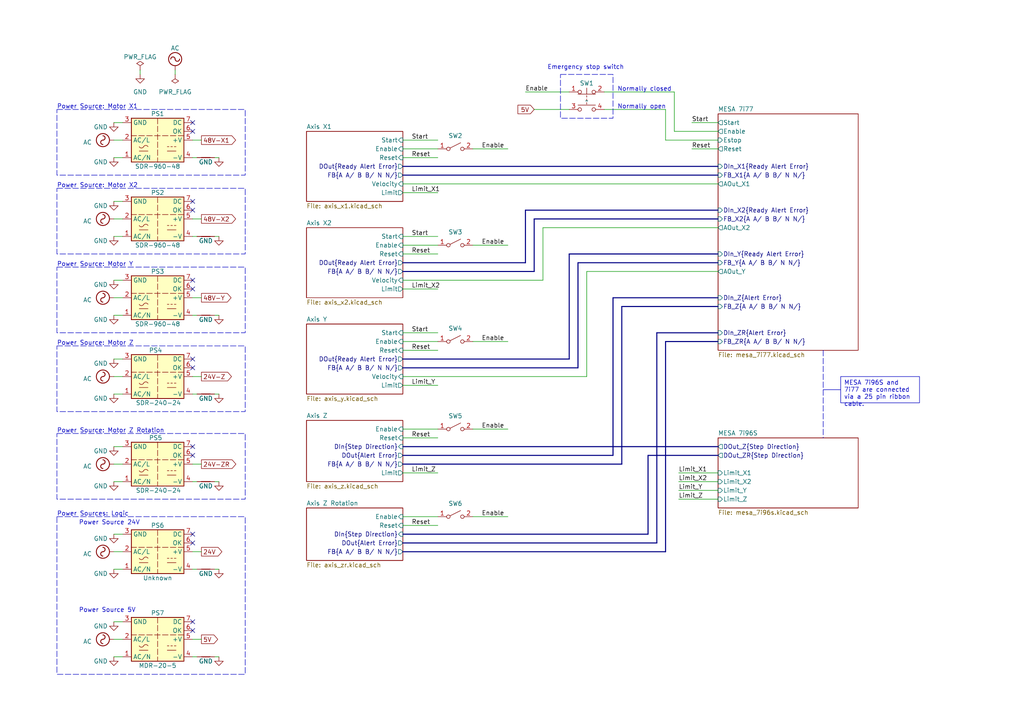
<source format=kicad_sch>
(kicad_sch (version 20250114) (generator "eeschema") (generator_version "9.0")
  (paper "A4")
  (title_block (title "Gantry Robot ") (date "2024-03-18") (company "CITIC Research Center & Department of Computer Engineering, University of A Coruña."))
  (lib_symbols
    (symbol "Device:NetTie_2" (pin_numbers (hide yes)) (pin_names (offset 0) (hide yes)) (in_bom no)
      (property "Reference" "NT" (at 0 1.27 0))
      (property "Value" "NetTie_2" (at 0 -1.27 0))
      (symbol "NetTie_2_0_1"
        (polyline (pts (xy -1.27 0) (xy 1.27 0)) (stroke (width 0.254)))
      )
      (symbol "NetTie_2_1_1"
        (pin passive line (at -2.54 0 0) (length 2.54) (name "1") (number "1"))
        (pin passive line (at 2.54 0 180) (length 2.54) (name "2") (number "2"))
      )
    )
    (symbol "Gantry_Robot_Components:MDR-20-5"
      (property "Reference" "PS" (at 0 7.62 0))
      (property "Value" "MDR-20-5" (at 0 -7.62 0))
      (symbol "MDR-20-5_0_1"
        (rectangle (start -7.62 6.35) (end 7.62 -6.35) (stroke (width 0.254)) (fill (type background)))
        (polyline (pts (xy -5.334 -3.175) (xy -2.794 -3.175)))
        (arc (start -4.064 -1.905) (mid -4.699 -2.2905) (end -5.334 -1.905))
        (arc (start -4.064 -1.905) (mid -3.429 -1.5328) (end -2.794 -1.905))
        (polyline (pts (xy 2.794 -1.905) (xy 3.302 -1.905)))
        (polyline (pts (xy 2.794 -3.175) (xy 5.334 -3.175)))
        (polyline (pts (xy 3.81 -1.905) (xy 4.318 -1.905)))
        (polyline (pts (xy 4.826 -1.905) (xy 5.334 -1.905)))
      )
      (symbol "MDR-20-5_1_1"
        (polyline (pts (xy 0 6.35) (xy 0 -6.35)) (stroke (width 0) (type dash)))
        (polyline (pts (xy 7.62 1.27) (xy -7.62 1.27)) (stroke (width 0) (type dash)))
        (pin power_in line (at -10.16 5.08 0) (length 2.54) (name "GND") (number "3"))
        (pin power_in line (at -10.16 0 0) (length 2.54) (name "AC/L") (number "2"))
        (pin power_in line (at -10.16 -5.08 0) (length 2.54) (name "AC/N") (number "1"))
        (pin passive line (at 10.16 5.08 180) (length 2.54) (name "DC") (number "7"))
        (pin passive line (at 10.16 2.54 180) (length 2.54) (name "OK") (number "6"))
        (pin power_out line (at 10.16 0 180) (length 2.54) (name "+V") (number "5"))
        (pin power_out line (at 10.16 -5.08 180) (length 2.54) (name "-V") (number "4"))
      )
    )
    (symbol "Gantry_Robot_Components:SDR-240-24"
      (property "Reference" "PS" (at 0 7.62 0))
      (property "Value" "SDR-240-24" (at 0 -7.62 0))
      (symbol "SDR-240-24_0_1"
        (rectangle (start -7.62 6.35) (end 7.62 -6.35) (stroke (width 0.254)) (fill (type background)))
        (polyline (pts (xy -5.334 -3.175) (xy -2.794 -3.175)))
        (arc (start -4.064 -1.905) (mid -4.699 -2.2905) (end -5.334 -1.905))
        (arc (start -4.064 -1.905) (mid -3.429 -1.5328) (end -2.794 -1.905))
        (polyline (pts (xy 2.794 -1.905) (xy 3.302 -1.905)))
        (polyline (pts (xy 2.794 -3.175) (xy 5.334 -3.175)))
        (polyline (pts (xy 3.81 -1.905) (xy 4.318 -1.905)))
        (polyline (pts (xy 4.826 -1.905) (xy 5.334 -1.905)))
      )
      (symbol "SDR-240-24_1_1"
        (polyline (pts (xy 0 6.35) (xy 0 -6.35)) (stroke (width 0) (type dash)))
        (polyline (pts (xy 7.62 1.27) (xy -7.62 1.27)) (stroke (width 0) (type dash)))
        (pin power_in line (at -10.16 5.08 0) (length 2.54) (name "GND") (number "3"))
        (pin power_in line (at -10.16 0 0) (length 2.54) (name "AC/L") (number "2"))
        (pin power_in line (at -10.16 -5.08 0) (length 2.54) (name "AC/N") (number "1"))
        (pin passive line (at 10.16 5.08 180) (length 2.54) (name "DC") (number "7"))
        (pin passive line (at 10.16 2.54 180) (length 2.54) (name "OK") (number "6"))
        (pin power_out line (at 10.16 0 180) (length 2.54) (name "+V") (number "5"))
        (pin power_out line (at 10.16 -5.08 180) (length 2.54) (name "-V") (number "4"))
      )
    )
    (symbol "Gantry_Robot_Components:SDR-960-48"
      (property "Reference" "PS" (at 0 7.62 0))
      (property "Value" "SDR-960-48" (at 0 -7.62 0))
      (symbol "SDR-960-48_0_1"
        (rectangle (start -7.62 6.35) (end 7.62 -6.35) (stroke (width 0.254)) (fill (type background)))
        (polyline (pts (xy -5.334 -3.175) (xy -2.794 -3.175)))
        (arc (start -4.064 -1.905) (mid -4.699 -2.2905) (end -5.334 -1.905))
        (arc (start -4.064 -1.905) (mid -3.429 -1.5328) (end -2.794 -1.905))
        (polyline (pts (xy 2.794 -1.905) (xy 3.302 -1.905)))
        (polyline (pts (xy 2.794 -3.175) (xy 5.334 -3.175)))
        (polyline (pts (xy 3.81 -1.905) (xy 4.318 -1.905)))
        (polyline (pts (xy 4.826 -1.905) (xy 5.334 -1.905)))
      )
      (symbol "SDR-960-48_1_1"
        (polyline (pts (xy 0 6.35) (xy 0 -6.35)) (stroke (width 0) (type dash)))
        (polyline (pts (xy 7.62 1.27) (xy -7.62 1.27)) (stroke (width 0) (type dash)))
        (pin power_in line (at -10.16 5.08 0) (length 2.54) (name "GND") (number "3"))
        (pin power_in line (at -10.16 0 0) (length 2.54) (name "AC/L") (number "2"))
        (pin power_in line (at -10.16 -5.08 0) (length 2.54) (name "AC/N") (number "1"))
        (pin passive line (at 10.16 5.08 180) (length 2.54) (name "DC") (number "7"))
        (pin passive line (at 10.16 2.54 180) (length 2.54) (name "OK") (number "6"))
        (pin power_out line (at 10.16 0 180) (length 2.54) (name "+V") (number "5"))
        (pin power_out line (at 10.16 -5.08 180) (length 2.54) (name "-V") (number "4"))
      )
    )
    (symbol "Gantry_Robot_Components:SW_push_closed_open" (pin_names (hide yes))
      (property "Reference" "SW" (at 2.54 5.08 0))
      (symbol "SW_push_closed_open_0_1"
        (circle (center -2.032 2.54) (radius 0.508))
        (circle (center -2.032 -2.54) (radius 0.508))
        (polyline (pts (xy 0 1.905) (xy 0 3.683)))
        (polyline (pts (xy 0 1.016) (xy 0 1.524)))
        (polyline (pts (xy 0 0.508) (xy 0 0)))
        (polyline (pts (xy 0 -0.508) (xy 0 -1.016)))
        (circle (center 2.032 2.54) (radius 0.508))
        (circle (center 2.032 -2.54) (radius 0.508))
        (polyline (pts (xy 2.54 1.905) (xy -2.54 1.905)))
        (polyline (pts (xy 2.54 -1.27) (xy -2.54 -1.27)))
        (pin passive line (at -5.08 2.54 0) (length 2.54) (name "1") (number "1"))
        (pin passive line (at -5.08 -2.54 0) (length 2.54) (name "3") (number "3"))
        (pin passive line (at 5.08 2.54 180) (length 2.54) (name "2") (number "2"))
        (pin passive line (at 5.08 -2.54 180) (length 2.54) (name "4") (number "4"))
      )
    )
    (symbol "Switch:SW_SPST" (pin_names (offset 0) (hide yes))
      (property "Reference" "SW" (at 0 3.175 0))
      (property "Value" "SW_SPST" (at 0 -2.54 0))
      (symbol "SW_SPST_0_0"
        (circle (center -2.032 0) (radius 0.508))
        (polyline (pts (xy -1.524 0.254) (xy 1.524 1.778)))
        (circle (center 2.032 0) (radius 0.508))
      )
      (symbol "SW_SPST_1_1"
        (pin passive line (at -5.08 0 0) (length 2.54) (name "A") (number "1"))
        (pin passive line (at 5.08 0 180) (length 2.54) (name "B") (number "2"))
      )
    )
    (symbol "power:AC" (power) (pin_names (offset 0))
      (property "Value" "AC" (at 0 6.35 0))
      (symbol "AC_0_1"
        (arc (start -1.27 3.175) (mid -0.635 3.8073) (end 0 3.175) (stroke (width 0.254)))
        (circle (center 0 3.175) (radius 1.905) (stroke (width 0.254)))
        (polyline (pts (xy 0 0) (xy 0 1.27)))
        (arc (start 1.27 3.175) (mid 0.635 2.5427) (end 0 3.175) (stroke (width 0.254)))
      )
      (symbol "AC_1_1"
        (pin power_in line (at 0 0 90) (length 0) (hide yes) (name "AC") (number "1"))
      )
    )
    (symbol "power:GND" (power) (pin_names (offset 0))
      (property "Value" "GND" (at 0 -3.81 0))
      (symbol "GND_0_1"
        (polyline (pts (xy 0 0) (xy 0 -1.27) (xy 1.27 -1.27) (xy 0 -2.54) (xy -1.27 -1.27) (xy 0 -1.27)))
      )
      (symbol "GND_1_1"
        (pin power_in line (at 0 0 270) (length 0) (hide yes) (name "GND") (number "1"))
      )
    )
    (symbol "power:PWR_FLAG" (power) (pin_numbers (hide yes)) (pin_names (offset 0) (hide yes))
      (property "Value" "PWR_FLAG" (at 0 3.81 0))
      (symbol "PWR_FLAG_0_0"
        (pin power_out line (at 0 0 90) (length 0) (name "pwr") (number "1"))
      )
      (symbol "PWR_FLAG_0_1"
        (polyline (pts (xy 0 0) (xy 0 1.27) (xy -1.016 1.905) (xy 0 2.54) (xy 1.016 1.905) (xy 0 1.27)))
      )
    )
  )
  (rectangle (start 16.51 125.73) (end 71.12 144.78) (stroke (width 0) (type dash)))
  (rectangle (start 16.51 31.75) (end 71.12 50.8) (stroke (width 0) (type dash)))
  (rectangle (start 16.51 77.47) (end 71.12 96.52) (stroke (width 0) (type dash)))
  (rectangle (start 162.56 21.59) (end 177.8 34.29) (stroke (width 0) (type dash)))
  (rectangle (start 16.51 54.61) (end 71.12 73.66) (stroke (width 0) (type dash)))
  (rectangle (start 16.51 149.86) (end 71.12 195.58) (stroke (width 0) (type dash)))
  (rectangle (start 16.51 100.33) (end 71.12 119.38) (stroke (width 0) (type dash)))
  (text "Power Source: Motor Y" (at 16.51 77.47 0) (effects (font (size 1.27 1.27)) (justify left bottom)))
  (text "Normally open" (at 179.07 31.75 0) (effects (font (size 1.27 1.27)) (justify left bottom)))
  (text "Power Source: Motor X2" (at 16.51 54.61 0) (effects (font (size 1.27 1.27)) (justify left bottom)))
  (text "Power Source: Motor X1" (at 16.51 31.75 0) (effects (font (size 1.27 1.27)) (justify left bottom)))
  (text "Power Source: Motor Z" (at 16.51 100.33 0) (effects (font (size 1.27 1.27)) (justify left bottom)))
  (text "Normally closed" (at 179.07 26.67 0) (effects (font (size 1.27 1.27)) (justify left bottom)))
  (text "Power Source 24V" (at 22.86 152.4 0) (effects (font (size 1.27 1.27)) (justify left bottom)))
  (text "Power Source: Motor Z Rotation" (at 16.51 125.73 0) (effects (font (size 1.27 1.27)) (justify left bottom)))
  (text "Power Sources: Logic" (at 16.51 149.86 0) (effects (font (size 1.27 1.27)) (justify left bottom)))
  (text "Power Source 5V" (at 22.86 177.8 0) (effects (font (size 1.27 1.27)) (justify left bottom)))
  (text "Emergency stop switch" (at 158.75 20.32 0) (effects (font (size 1.27 1.27)) (justify left bottom)))
  (text_box "MESA 7i96S and 7i77 are connected via a 25 pin ribbon cable." (at 243.84 109.22 0) (size 22.86 7.62) (margins 0.9525 0.9525 0.9525 0.9525) (effects (font (size 1.27 1.27)) (justify left top)))
  (no_connect (at 55.88 157.48))
  (no_connect (at 55.88 58.42))
  (no_connect (at 55.88 154.94))
  (no_connect (at 55.88 132.08))
  (no_connect (at 55.88 81.28))
  (no_connect (at 55.88 83.82))
  (no_connect (at 55.88 38.1))
  (no_connect (at 55.88 60.96))
  (no_connect (at 55.88 180.34))
  (no_connect (at 55.88 129.54))
  (no_connect (at 55.88 104.14))
  (no_connect (at 55.88 182.88))
  (no_connect (at 55.88 35.56))
  (no_connect (at 55.88 106.68))
  (bus (pts (xy 116.84 129.54) (xy 208.28 129.54)))
  (wire (pts (xy 154.94 31.75) (xy 165.1 31.75)))
  (wire (pts (xy 50.8 20.32) (xy 50.8 21.59)))
  (wire (pts (xy 33.02 134.62) (xy 35.56 134.62)))
  (wire (pts (xy 33.02 40.64) (xy 35.56 40.64)))
  (wire (pts (xy 137.16 99.06) (xy 147.32 99.06)))
  (wire (pts (xy 35.56 68.58) (xy 33.02 68.58)))
  (bus (pts (xy 177.8 132.08) (xy 177.8 86.36)))
  (polyline (pts (xy 238.76 101.6) (xy 238.76 127)) (stroke (width 0) (type dash)))
  (wire (pts (xy 62.23 165.1) (xy 63.5 165.1)))
  (wire (pts (xy 116.84 101.6) (xy 127 101.6)))
  (wire (pts (xy 116.84 71.12) (xy 127 71.12)))
  (wire (pts (xy 116.84 40.64) (xy 127 40.64)))
  (bus (pts (xy 180.34 134.62) (xy 180.34 88.9)))
  (wire (pts (xy 35.56 114.3) (xy 33.02 114.3)))
  (wire (pts (xy 55.88 165.1) (xy 57.15 165.1)))
  (wire (pts (xy 33.02 104.14) (xy 35.56 104.14)))
  (bus (pts (xy 116.84 76.2) (xy 152.4 76.2)))
  (wire (pts (xy 116.84 137.16) (xy 127 137.16)))
  (bus (pts (xy 116.84 48.26) (xy 208.28 48.26)))
  (wire (pts (xy 116.84 55.88) (xy 127 55.88)))
  (bus (pts (xy 152.4 60.96) (xy 208.28 60.96)))
  (wire (pts (xy 116.84 109.22) (xy 170.18 109.22)))
  (wire (pts (xy 55.88 139.7) (xy 57.15 139.7)))
  (bus (pts (xy 167.64 106.68) (xy 167.64 76.2)))
  (wire (pts (xy 55.88 68.58) (xy 57.15 68.58)))
  (wire (pts (xy 116.84 149.86) (xy 127 149.86)))
  (wire (pts (xy 116.84 124.46) (xy 127 124.46)))
  (wire (pts (xy 35.56 190.5) (xy 33.02 190.5)))
  (wire (pts (xy 116.84 68.58) (xy 127 68.58)))
  (wire (pts (xy 157.48 66.04) (xy 208.28 66.04)))
  (wire (pts (xy 55.88 91.44) (xy 57.15 91.44)))
  (wire (pts (xy 200.66 43.18) (xy 208.28 43.18)))
  (bus (pts (xy 167.64 76.2) (xy 208.28 76.2)))
  (wire (pts (xy 62.23 68.58) (xy 63.5 68.58)))
  (wire (pts (xy 33.02 180.34) (xy 35.56 180.34)))
  (bus (pts (xy 154.94 63.5) (xy 208.28 63.5)))
  (wire (pts (xy 62.23 190.5) (xy 63.5 190.5)))
  (wire (pts (xy 200.66 35.56) (xy 208.28 35.56)))
  (wire (pts (xy 33.02 58.42) (xy 35.56 58.42)))
  (wire (pts (xy 35.56 139.7) (xy 33.02 139.7)))
  (wire (pts (xy 33.02 160.02) (xy 35.56 160.02)))
  (bus (pts (xy 190.5 157.48) (xy 190.5 96.52)))
  (wire (pts (xy 62.23 139.7) (xy 63.5 139.7)))
  (bus (pts (xy 116.84 78.74) (xy 154.94 78.74)))
  (wire (pts (xy 55.88 185.42) (xy 58.42 185.42)))
  (wire (pts (xy 193.04 40.64) (xy 193.04 31.75)))
  (wire (pts (xy 196.85 139.7) (xy 208.28 139.7)))
  (wire (pts (xy 62.23 45.72) (xy 63.5 45.72)))
  (bus (pts (xy 116.84 50.8) (xy 208.28 50.8)))
  (wire (pts (xy 116.84 127) (xy 127 127)))
  (wire (pts (xy 116.84 43.18) (xy 127 43.18)))
  (bus (pts (xy 190.5 96.52) (xy 208.28 96.52)))
  (wire (pts (xy 55.88 190.5) (xy 57.15 190.5)))
  (wire (pts (xy 33.02 81.28) (xy 35.56 81.28)))
  (wire (pts (xy 170.18 109.22) (xy 170.18 78.74)))
  (bus (pts (xy 116.84 132.08) (xy 177.8 132.08)))
  (wire (pts (xy 35.56 91.44) (xy 33.02 91.44)))
  (wire (pts (xy 116.84 53.34) (xy 208.28 53.34)))
  (wire (pts (xy 137.16 43.18) (xy 147.32 43.18)))
  (bus (pts (xy 180.34 88.9) (xy 208.28 88.9)))
  (bus (pts (xy 177.8 86.36) (xy 208.28 86.36)))
  (wire (pts (xy 58.42 63.5) (xy 55.88 63.5)))
  (wire (pts (xy 58.42 109.22) (xy 55.88 109.22)))
  (wire (pts (xy 58.42 40.64) (xy 55.88 40.64)))
  (wire (pts (xy 170.18 78.74) (xy 208.28 78.74)))
  (wire (pts (xy 33.02 35.56) (xy 35.56 35.56)))
  (wire (pts (xy 55.88 45.72) (xy 57.15 45.72)))
  (wire (pts (xy 116.84 96.52) (xy 127 96.52)))
  (bus (pts (xy 165.1 73.66) (xy 208.28 73.66)))
  (wire (pts (xy 116.84 99.06) (xy 127 99.06)))
  (wire (pts (xy 33.02 129.54) (xy 35.56 129.54)))
  (bus (pts (xy 165.1 104.14) (xy 165.1 73.66)))
  (wire (pts (xy 58.42 86.36) (xy 55.88 86.36)))
  (wire (pts (xy 33.02 154.94) (xy 35.56 154.94)))
  (bus (pts (xy 116.84 106.68) (xy 167.64 106.68)))
  (wire (pts (xy 196.85 137.16) (xy 208.28 137.16)))
  (wire (pts (xy 55.88 114.3) (xy 57.15 114.3)))
  (wire (pts (xy 62.23 91.44) (xy 63.5 91.44)))
  (wire (pts (xy 33.02 109.22) (xy 35.56 109.22)))
  (wire (pts (xy 196.85 144.78) (xy 208.28 144.78)))
  (bus (pts (xy 193.04 99.06) (xy 193.04 160.02)))
  (wire (pts (xy 116.84 152.4) (xy 127 152.4)))
  (bus (pts (xy 152.4 76.2) (xy 152.4 60.96)))
  (wire (pts (xy 116.84 81.28) (xy 157.48 81.28)))
  (wire (pts (xy 40.64 20.32) (xy 40.64 21.59)))
  (bus (pts (xy 187.96 132.08) (xy 208.28 132.08)))
  (wire (pts (xy 196.85 142.24) (xy 208.28 142.24)))
  (wire (pts (xy 116.84 83.82) (xy 127 83.82)))
  (wire (pts (xy 175.26 31.75) (xy 193.04 31.75)))
  (wire (pts (xy 35.56 165.1) (xy 33.02 165.1)))
  (wire (pts (xy 35.56 45.72) (xy 33.02 45.72)))
  (bus (pts (xy 187.96 132.08) (xy 187.96 154.94)))
  (bus (pts (xy 116.84 154.94) (xy 187.96 154.94)))
  (bus (pts (xy 116.84 134.62) (xy 180.34 134.62)))
  (polyline (pts (xy 238.76 113.03) (xy 243.84 113.03)))
  (wire (pts (xy 137.16 124.46) (xy 147.32 124.46)))
  (wire (pts (xy 55.88 134.62) (xy 58.42 134.62)))
  (wire (pts (xy 195.58 38.1) (xy 195.58 26.67)))
  (wire (pts (xy 195.58 38.1) (xy 208.28 38.1)))
  (wire (pts (xy 116.84 73.66) (xy 127 73.66)))
  (wire (pts (xy 55.88 160.02) (xy 58.42 160.02)))
  (wire (pts (xy 152.4 26.67) (xy 165.1 26.67)))
  (bus (pts (xy 193.04 99.06) (xy 208.28 99.06)))
  (bus (pts (xy 154.94 78.74) (xy 154.94 63.5)))
  (bus (pts (xy 116.84 104.14) (xy 165.1 104.14)))
  (wire (pts (xy 137.16 71.12) (xy 147.32 71.12)))
  (wire (pts (xy 175.26 26.67) (xy 195.58 26.67)))
  (bus (pts (xy 116.84 157.48) (xy 190.5 157.48)))
  (wire (pts (xy 157.48 81.28) (xy 157.48 66.04)))
  (wire (pts (xy 33.02 86.36) (xy 35.56 86.36)))
  (wire (pts (xy 137.16 149.86) (xy 147.32 149.86)))
  (wire (pts (xy 33.02 185.42) (xy 35.56 185.42)))
  (wire (pts (xy 193.04 40.64) (xy 208.28 40.64)))
  (bus (pts (xy 116.84 160.02) (xy 193.04 160.02)))
  (wire (pts (xy 116.84 45.72) (xy 127 45.72)))
  (wire (pts (xy 116.84 111.76) (xy 127 111.76)))
  (wire (pts (xy 33.02 63.5) (xy 35.56 63.5)))
  (wire (pts (xy 62.23 114.3) (xy 63.5 114.3)))
  (label "Limit_Z" (at 119.38 137.16 0))
  (label "Enable" (at 139.7 149.86 0))
  (label "Limit_X1" (at 196.85 137.16 0))
  (label "Reset" (at 119.38 152.4 0))
  (label "Limit_Z" (at 196.85 144.78 0))
  (label "Start" (at 119.38 40.64 0))
  (label "Enable" (at 139.7 43.18 0))
  (label "Reset" (at 119.38 127 0))
  (label "Enable" (at 139.7 99.06 0))
  (label "Enable" (at 152.4 26.67 0))
  (label "Limit_Y" (at 119.38 111.76 0))
  (label "Start" (at 119.38 68.58 0))
  (label "Start" (at 200.66 35.56 0))
  (label "Reset" (at 119.38 101.6 0))
  (label "Reset" (at 119.38 73.66 0))
  (label "Enable" (at 139.7 124.46 0))
  (label "Start" (at 119.38 96.52 0))
  (label "Enable" (at 139.7 71.12 0))
  (label "Limit_X2" (at 119.38 83.82 0))
  (label "Limit_X1" (at 119.38 55.88 0))
  (label "Reset" (at 200.66 43.18 0))
  (label "Limit_X2" (at 196.85 139.7 0))
  (label "Limit_Y" (at 196.85 142.24 0))
  (label "Reset" (at 119.38 45.72 0))
  (global_label "24V-ZR" (shape output) (at 58.42 134.62 0) (property "Intersheetrefs" "${INTERSHEET_REFS}" (effects (hide yes))))
  (global_label "48V-X1" (shape output) (at 58.42 40.64 0) (property "Intersheetrefs" "${INTERSHEET_REFS}" (effects (hide yes))))
  (global_label "24V-Z" (shape output) (at 58.42 109.22 0) (property "Intersheetrefs" "${INTERSHEET_REFS}" (effects (hide yes))))
  (global_label "24V" (shape output) (at 58.42 160.02 0) (property "Intersheetrefs" "${INTERSHEET_REFS}" (effects (hide yes))))
  (global_label "5V" (shape output) (at 58.42 185.42 0) (property "Intersheetrefs" "${INTERSHEET_REFS}" (effects (hide yes))))
  (global_label "48V-X2" (shape output) (at 58.42 63.5 0) (property "Intersheetrefs" "${INTERSHEET_REFS}" (effects (hide yes))))
  (global_label "48V-Y" (shape output) (at 58.42 86.36 0) (property "Intersheetrefs" "${INTERSHEET_REFS}" (effects (hide yes))))
  (global_label "5V" (shape input) (at 154.94 31.75 180) (property "Intersheetrefs" "${INTERSHEET_REFS}" (effects (hide yes))))
  (symbol (lib_id "Gantry_Robot_Components:MDR-20-5") (at 45.72 160.02 0) (unit 1)
    (property "Reference" "PS6" (at 45.72 152.4 0))
    (property "Value" "Unknown" (at 45.72 167.64 0))
    (property "Datasheet" "https://www.meanwell-web.com/content/files/pdfs/productPdfs/MW/Mdr-20/MDR-20-spec.pdf" (effects (hide yes)))
  )
  (symbol (lib_id "power:PWR_FLAG") (at 50.8 21.59 180) (unit 1)
    (property "Reference" "#FLG03" (effects (hide yes)))
    (property "Value" "PWR_FLAG" (at 50.8 26.67 0))
  )
  (symbol (lib_id "power:GND") (at 63.5 45.72 0) (unit 1)
    (property "Reference" "#PWR026" (effects (hide yes)))
    (property "Value" "GND" (at 59.69 46.99 0))
  )
  (symbol (lib_id "power:GND") (at 33.02 114.3 0) (unit 1)
    (property "Reference" "#PWR012" (effects (hide yes)))
    (property "Value" "GND" (at 29.21 115.57 0))
  )
  (symbol (lib_id "Gantry_Robot_Components:SDR-960-48") (at 45.72 40.64 0) (unit 1)
    (property "Reference" "PS1" (at 45.72 33.02 0))
    (property "Value" "SDR-960-48" (at 45.72 48.26 0))
    (property "Datasheet" "https://www.meanwell-web.com/content/files/pdfs/productPdfs/MW/SDR-960/SDR-960-Spec.pdf" (effects (hide yes)))
  )
  (symbol (lib_id "power:GND") (at 33.02 81.28 0) (unit 1)
    (property "Reference" "#PWR022" (effects (hide yes)))
    (property "Value" "GND" (at 29.21 82.55 0))
  )
  (symbol (lib_id "power:AC") (at 33.02 134.62 90) (unit 1)
    (property "Reference" "#PWR014" (effects (hide yes)))
    (property "Value" "AC" (at 26.67 135.255 90) (effects (justify left)))
  )
  (symbol (lib_id "power:GND") (at 63.5 68.58 0) (unit 1)
    (property "Reference" "#PWR027" (effects (hide yes)))
    (property "Value" "GND" (at 59.69 69.85 0))
  )
  (symbol (lib_id "power:PWR_FLAG") (at 40.64 20.32 0) (unit 1)
    (property "Reference" "#FLG02" (effects (hide yes)))
    (property "Value" "PWR_FLAG" (at 40.64 16.51 0))
  )
  (symbol (lib_id "power:AC") (at 33.02 40.64 90) (unit 1)
    (property "Reference" "#PWR02" (effects (hide yes)))
    (property "Value" "AC" (at 26.67 41.275 90) (effects (justify left)))
  )
  (symbol (lib_id "Gantry_Robot_Components:SDR-240-24") (at 45.72 134.62 0) (unit 1)
    (property "Reference" "PS5" (at 43.18 127 0) (effects (justify left)))
    (property "Value" "SDR-240-24" (at 39.37 142.24 0) (effects (justify left)))
    (property "Datasheet" "https://www.meanwell-web.com/content/files/pdfs/productPdfs/MW/SDR-240/SDR-240-spec.pdf" (effects (hide yes)))
  )
  (symbol (lib_id "Switch:SW_SPST") (at 132.08 124.46 0) (unit 1)
    (property "Reference" "SW5" (at 132.08 120.65 0))
    (property "Value" "SW_SPST" (effects (hide yes)))
  )
  (symbol (lib_id "power:GND") (at 33.02 91.44 0) (unit 1)
    (property "Reference" "#PWR09" (effects (hide yes)))
    (property "Value" "GND" (at 29.21 92.71 0))
  )
  (symbol (lib_id "power:GND") (at 33.02 154.94 0) (unit 1)
    (property "Reference" "#PWR025" (effects (hide yes)))
    (property "Value" "GND" (at 29.21 156.21 0))
  )
  (symbol (lib_id "Gantry_Robot_Components:MDR-20-5") (at 45.72 185.42 0) (unit 1)
    (property "Reference" "PS7" (at 45.72 177.8 0))
    (property "Value" "MDR-20-5" (at 45.72 193.04 0))
    (property "Datasheet" "https://www.meanwell-web.com/content/files/pdfs/productPdfs/MW/Mdr-20/MDR-20-spec.pdf" (effects (hide yes)))
  )
  (symbol (lib_id "power:GND") (at 33.02 68.58 0) (unit 1)
    (property "Reference" "#PWR06" (effects (hide yes)))
    (property "Value" "GND" (at 29.21 69.85 0))
  )
  (symbol (lib_id "Switch:SW_SPST") (at 132.08 43.18 0) (unit 1)
    (property "Reference" "SW2" (at 132.08 39.37 0))
    (property "Value" "SW_SPST" (effects (hide yes)))
  )
  (symbol (lib_id "Gantry_Robot_Components:SDR-240-24") (at 45.72 109.22 0) (unit 1)
    (property "Reference" "PS4" (at 43.18 101.6 0) (effects (justify left)))
    (property "Value" "SDR-240-24" (at 39.37 116.84 0) (effects (justify left)))
    (property "Datasheet" "https://www.meanwell-web.com/content/files/pdfs/productPdfs/MW/SDR-240/SDR-240-spec.pdf" (effects (hide yes)))
  )
  (symbol (lib_id "power:GND") (at 63.5 114.3 0) (unit 1)
    (property "Reference" "#PWR029" (effects (hide yes)))
    (property "Value" "GND" (at 59.69 115.57 0))
  )
  (symbol (lib_id "power:GND") (at 33.02 190.5 0) (unit 1)
    (property "Reference" "#PWR010" (effects (hide yes)))
    (property "Value" "GND" (at 29.21 191.77 0))
  )
  (symbol (lib_id "Device:NetTie_2") (at 59.69 114.3 0) (mirror x) (unit 1) (in_bom no)
    (property "Reference" "NT4" (effects (hide yes)))
    (property "Value" "NetTie_2" (effects (hide yes)))
  )
  (symbol (lib_id "power:GND") (at 63.5 139.7 0) (unit 1)
    (property "Reference" "#PWR030" (effects (hide yes)))
    (property "Value" "GND" (at 59.69 140.97 0))
  )
  (symbol (lib_id "power:AC") (at 33.02 86.36 90) (unit 1)
    (property "Reference" "#PWR08" (effects (hide yes)))
    (property "Value" "AC" (at 26.67 86.995 90) (effects (justify left)))
  )
  (symbol (lib_id "Gantry_Robot_Components:SW_push_closed_open") (at 170.18 29.21 0) (unit 1)
    (property "Reference" "SW1" (at 170.18 24.13 0))
    (property "Value" "~" (at 170.18 29.21 0))
  )
  (symbol (lib_id "power:GND") (at 63.5 190.5 0) (unit 1)
    (property "Reference" "#PWR013" (effects (hide yes)))
    (property "Value" "GND" (at 59.69 191.77 0))
  )
  (symbol (lib_id "power:AC") (at 50.8 20.32 0) (unit 1)
    (property "Reference" "#PWR021" (effects (hide yes)))
    (property "Value" "AC" (at 50.8 13.97 0))
  )
  (symbol (lib_id "power:GND") (at 63.5 91.44 0) (unit 1)
    (property "Reference" "#PWR028" (effects (hide yes)))
    (property "Value" "GND" (at 59.69 92.71 0))
  )
  (symbol (lib_id "Device:NetTie_2") (at 59.69 68.58 0) (mirror x) (unit 1) (in_bom no)
    (property "Reference" "NT2" (effects (hide yes)))
    (property "Value" "NetTie_2" (effects (hide yes)))
  )
  (symbol (lib_id "Switch:SW_SPST") (at 132.08 149.86 0) (unit 1)
    (property "Reference" "SW6" (at 132.08 146.05 0))
    (property "Value" "SW_SPST" (effects (hide yes)))
  )
  (symbol (lib_id "power:GND") (at 33.02 35.56 0) (unit 1)
    (property "Reference" "#PWR016" (effects (hide yes)))
    (property "Value" "GND" (at 29.21 36.83 0))
  )
  (symbol (lib_id "power:GND") (at 33.02 139.7 0) (unit 1)
    (property "Reference" "#PWR015" (effects (hide yes)))
    (property "Value" "GND" (at 29.21 140.97 0))
  )
  (symbol (lib_id "Gantry_Robot_Components:SDR-960-48") (at 45.72 63.5 0) (unit 1)
    (property "Reference" "PS2" (at 45.72 55.88 0))
    (property "Value" "SDR-960-48" (at 45.72 71.12 0))
    (property "Datasheet" "https://www.meanwell-web.com/content/files/pdfs/productPdfs/MW/SDR-960/SDR-960-Spec.pdf" (effects (hide yes)))
  )
  (symbol (lib_id "Gantry_Robot_Components:SDR-960-48") (at 45.72 86.36 0) (unit 1)
    (property "Reference" "PS3" (at 45.72 78.74 0))
    (property "Value" "SDR-960-48" (at 45.72 93.98 0))
    (property "Datasheet" "https://www.meanwell-web.com/content/files/pdfs/productPdfs/MW/SDR-960/SDR-960-Spec.pdf" (effects (hide yes)))
  )
  (symbol (lib_id "power:GND") (at 40.64 21.59 0) (unit 1)
    (property "Reference" "#PWR020" (effects (hide yes)))
    (property "Value" "GND" (at 40.64 26.67 0))
  )
  (symbol (lib_id "power:GND") (at 33.02 129.54 0) (unit 1)
    (property "Reference" "#PWR024" (effects (hide yes)))
    (property "Value" "GND" (at 29.21 130.81 0))
  )
  (symbol (lib_id "power:AC") (at 33.02 63.5 90) (unit 1)
    (property "Reference" "#PWR05" (effects (hide yes)))
    (property "Value" "AC" (at 26.67 64.135 90) (effects (justify left)))
  )
  (symbol (lib_id "power:AC") (at 33.02 160.02 90) (unit 1)
    (property "Reference" "#PWR017" (effects (hide yes)))
    (property "Value" "AC" (at 26.67 160.655 90) (effects (justify left)))
  )
  (symbol (lib_id "power:AC") (at 33.02 185.42 90) (unit 1)
    (property "Reference" "#PWR07" (effects (hide yes)))
    (property "Value" "AC" (at 26.67 186.055 90) (effects (justify left)))
  )
  (symbol (lib_id "Device:NetTie_2") (at 59.69 45.72 0) (mirror x) (unit 1) (in_bom no)
    (property "Reference" "NT1" (effects (hide yes)))
    (property "Value" "NetTie_2" (effects (hide yes)))
  )
  (symbol (lib_id "Device:NetTie_2") (at 59.69 165.1 0) (mirror x) (unit 1) (in_bom no)
    (property "Reference" "NT6" (effects (hide yes)))
    (property "Value" "NetTie_2" (effects (hide yes)))
  )
  (symbol (lib_id "power:GND") (at 33.02 45.72 0) (unit 1)
    (property "Reference" "#PWR03" (effects (hide yes)))
    (property "Value" "GND" (at 29.21 46.99 0))
  )
  (symbol (lib_id "power:GND") (at 33.02 180.34 0) (unit 1)
    (property "Reference" "#PWR04" (effects (hide yes)))
    (property "Value" "GND" (at 29.21 181.61 0))
  )
  (symbol (lib_id "power:AC") (at 33.02 109.22 90) (unit 1)
    (property "Reference" "#PWR011" (effects (hide yes)))
    (property "Value" "AC" (at 26.67 109.855 90) (effects (justify left)))
  )
  (symbol (lib_id "power:GND") (at 33.02 104.14 0) (unit 1)
    (property "Reference" "#PWR023" (effects (hide yes)))
    (property "Value" "GND" (at 29.21 105.41 0))
  )
  (symbol (lib_id "Switch:SW_SPST") (at 132.08 71.12 0) (unit 1)
    (property "Reference" "SW3" (at 132.08 67.31 0))
    (property "Value" "SW_SPST" (effects (hide yes)))
  )
  (symbol (lib_id "power:GND") (at 63.5 165.1 0) (unit 1)
    (property "Reference" "#PWR031" (effects (hide yes)))
    (property "Value" "GND" (at 59.69 166.37 0))
  )
  (symbol (lib_id "Switch:SW_SPST") (at 132.08 99.06 0) (unit 1)
    (property "Reference" "SW4" (at 132.08 95.25 0))
    (property "Value" "SW_SPST" (effects (hide yes)))
  )
  (symbol (lib_id "Device:NetTie_2") (at 59.69 190.5 0) (mirror x) (unit 1) (in_bom no)
    (property "Reference" "NT7" (effects (hide yes)))
    (property "Value" "NetTie_2" (effects (hide yes)))
  )
  (symbol (lib_id "power:GND") (at 33.02 58.42 0) (unit 1)
    (property "Reference" "#PWR019" (effects (hide yes)))
    (property "Value" "GND" (at 29.21 59.69 0))
  )
  (symbol (lib_id "Device:NetTie_2") (at 59.69 139.7 0) (mirror x) (unit 1) (in_bom no)
    (property "Reference" "NT5" (effects (hide yes)))
    (property "Value" "NetTie_2" (effects (hide yes)))
  )
  (symbol (lib_id "power:GND") (at 33.02 165.1 0) (unit 1)
    (property "Reference" "#PWR018" (effects (hide yes)))
    (property "Value" "GND" (at 29.21 166.37 0))
  )
  (symbol (lib_id "Device:NetTie_2") (at 59.69 91.44 0) (mirror x) (unit 1) (in_bom no)
    (property "Reference" "NT3" (effects (hide yes)))
    (property "Value" "NetTie_2" (effects (hide yes)))
  )
  (sheet (at 88.9 93.98) (size 27.94 20.32) (stroke (width 0.1524))
    (property "Sheetname" "Axis Y" (at 88.9 93.345 0) (effects (justify left bottom)))
    (property "Sheetfile" "axis_y.kicad_sch" (at 88.9 114.8846 0) (effects (justify left top)))
    (pin "Limit" output (at 116.84 111.76 0))
    (pin "DOut{Ready Alert Error}" output (at 116.84 104.14 0))
    (pin "FB{A A{slash} B B{slash} N N{slash}}" output (at 116.84 106.68 0))
    (pin "Velocity" input (at 116.84 109.22 0))
    (pin "Enable" input (at 116.84 99.06 0))
    (pin "Start" input (at 116.84 96.52 0))
    (pin "Reset" input (at 116.84 101.6 0))
  )
  (sheet (at 88.9 121.92) (size 27.94 17.78) (stroke (width 0.1524))
    (property "Sheetname" "Axis Z" (at 88.9 121.285 0) (effects (justify left bottom)))
    (property "Sheetfile" "axis_z.kicad_sch" (at 88.9 140.2846 0) (effects (justify left top)))
    (pin "FB{A A{slash} B B{slash} N N{slash}}" output (at 116.84 134.62 0))
    (pin "DIn{Step Direction}" input (at 116.84 129.54 0))
    (pin "Limit" output (at 116.84 137.16 0))
    (pin "DOut{Alert Error}" output (at 116.84 132.08 0))
    (pin "Enable" input (at 116.84 124.46 0))
    (pin "Reset" input (at 116.84 127 0))
  )
  (sheet (at 88.9 38.1) (size 27.94 20.32) (stroke (width 0.1524))
    (property "Sheetname" "Axis X1" (at 88.9 37.465 0) (effects (justify left bottom)))
    (property "Sheetfile" "axis_x1.kicad_sch" (at 88.9 59.0046 0) (effects (justify left top)))
    (pin "Limit" output (at 116.84 55.88 0))
    (pin "DOut{Ready Alert Error}" output (at 116.84 48.26 0))
    (pin "Enable" input (at 116.84 43.18 0))
    (pin "FB{A A{slash} B B{slash} N N{slash}}" output (at 116.84 50.8 0))
    (pin "Velocity" input (at 116.84 53.34 0))
    (pin "Start" input (at 116.84 40.64 0))
    (pin "Reset" input (at 116.84 45.72 0))
  )
  (sheet (at 208.28 127) (size 40.64 20.32) (stroke (width 0.1524))
    (property "Sheetname" "MESA 7i96S" (at 208.28 126.365 0) (effects (justify left bottom)))
    (property "Sheetfile" "mesa_7i96s.kicad_sch" (at 208.28 147.9046 0) (effects (justify left top)))
    (pin "Limit_X1" input (at 208.28 137.16 180))
    (pin "Limit_Y" input (at 208.28 142.24 180))
    (pin "Limit_Z" input (at 208.28 144.78 180))
    (pin "Limit_X2" input (at 208.28 139.7 180))
    (pin "DOut_Z{Step Direction}" output (at 208.28 129.54 180))
    (pin "DOut_ZR{Step Direction}" output (at 208.28 132.08 180))
  )
  (sheet (at 88.9 66.04) (size 27.94 20.32) (stroke (width 0.1524))
    (property "Sheetname" "Axis X2" (at 88.9 65.405 0) (effects (justify left bottom)))
    (property "Sheetfile" "axis_x2.kicad_sch" (at 88.9 86.9446 0) (effects (justify left top)))
    (pin "DOut{Ready Alert Error}" output (at 116.84 76.2 0))
    (pin "FB{A A{slash} B B{slash} N N{slash}}" output (at 116.84 78.74 0))
    (pin "Velocity" input (at 116.84 81.28 0))
    (pin "Limit" output (at 116.84 83.82 0))
    (pin "Enable" input (at 116.84 71.12 0))
    (pin "Start" input (at 116.84 68.58 0))
    (pin "Reset" input (at 116.84 73.66 0))
  )
  (sheet (at 88.9 147.32) (size 27.94 15.24) (stroke (width 0.1524))
    (property "Sheetname" "Axis Z Rotation" (at 88.9 146.685 0) (effects (justify left bottom)))
    (property "Sheetfile" "axis_zr.kicad_sch" (at 88.9 163.1446 0) (effects (justify left top)))
    (pin "FB{A A{slash} B B{slash} N N{slash}}" output (at 116.84 160.02 0))
    (pin "DIn{Step Direction}" input (at 116.84 154.94 0))
    (pin "DOut{Alert Error}" output (at 116.84 157.48 0))
    (pin "Enable" input (at 116.84 149.86 0))
    (pin "Reset" input (at 116.84 152.4 0))
  )
  (sheet (at 208.28 33.02) (size 40.64 68.58) (stroke (width 0.1524))
    (property "Sheetname" "MESA 7i77" (at 208.28 32.385 0) (effects (justify left bottom)))
    (property "Sheetfile" "mesa_7i77.kicad_sch" (at 208.28 102.1846 0) (effects (justify left top)))
    (pin "FB_Y{A A{slash} B B{slash} N N{slash}}" input (at 208.28 76.2 180))
    (pin "FB_Z{A A{slash} B B{slash} N N{slash}}" input (at 208.28 88.9 180))
    (pin "FB_X2{A A{slash} B B{slash} N N{slash}}" input (at 208.28 63.5 180))
    (pin "FB_ZR{A A{slash} B B{slash} N N{slash}}" input (at 208.28 99.06 180))
    (pin "FB_X1{A A{slash} B B{slash} N N{slash}}" input (at 208.28 50.8 180))
    (pin "DIn_Y{Ready Alert Error}" input (at 208.28 73.66 180))
    (pin "DIn_X2{Ready Alert Error}" input (at 208.28 60.96 180))
    (pin "DIn_X1{Ready Alert Error}" input (at 208.28 48.26 180))
    (pin "AOut_X1" output (at 208.28 53.34 180))
    (pin "AOut_X2" output (at 208.28 66.04 180))
    (pin "AOut_Y" output (at 208.28 78.74 180))
    (pin "Start" output (at 208.28 35.56 180))
    (pin "Enable" output (at 208.28 38.1 180))
    (pin "Estop" input (at 208.28 40.64 180))
    (pin "DIn_Z{Alert Error}" input (at 208.28 86.36 180))
    (pin "DIn_ZR{Alert Error}" input (at 208.28 96.52 180))
    (pin "Reset" output (at 208.28 43.18 180))
  )
)
</source>
